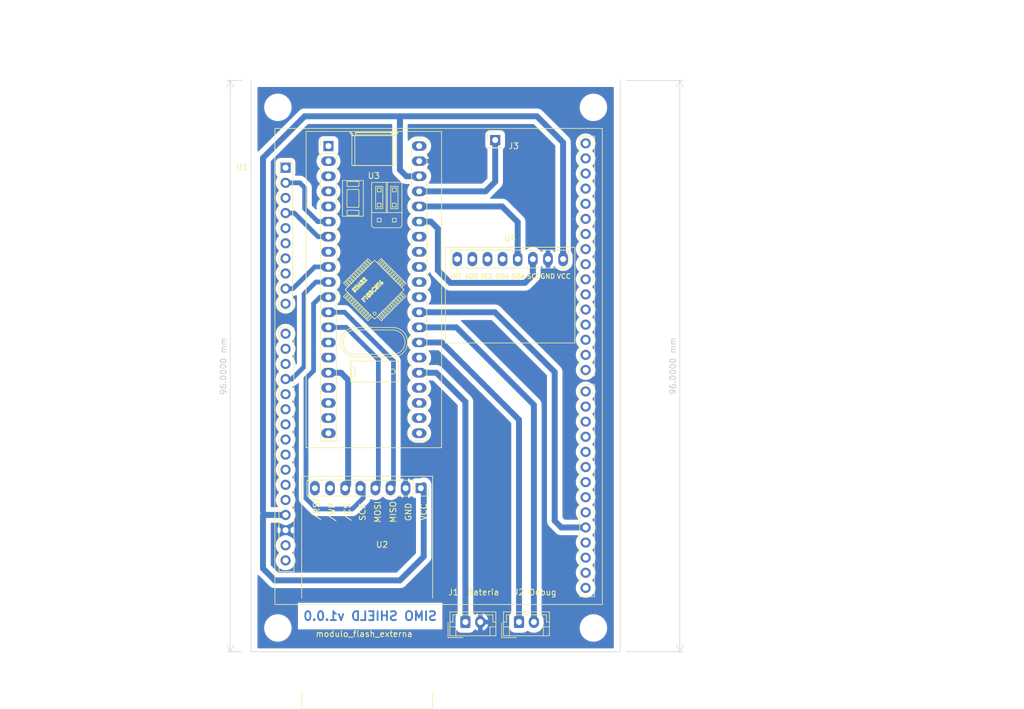
<source format=kicad_pcb>
(kicad_pcb (version 20211014) (generator pcbnew)
  (title_block (title "Simo shield, PCB de conexion") (date "2022-08-01") (rev "0003") (company "Licencia: CERN Open Hardware Licence Version 2") (comment 1 "I.N.T.I") (comment 2 "Revisor: Gustavo Rodriguez") (comment 3 "Autor: German Velardez") (comment 4 "Placa de conexion dispostivo SIMO.") (comment 5 "Descripcion"))
  (layers (0 "F.Cu" signal) (31 "B.Cu" signal) (34 "B.Paste" user) (35 "F.Paste" user) (36 "B.SilkS" user "B.Silkscreen") (37 "F.SilkS" user "F.Silkscreen") (38 "B.Mask" user) (39 "F.Mask" user) (44 "Edge.Cuts" user))
  (net 0 "")
  (net 1 "/UART_DEBUG_RX")
  (net 2 "Net-(J1-Pad1)")
  (net 9 "Net-(U1-Pad9)")
  (net 13 "Net-(U1-Pad14)")
  (net 47 "/UART_DEBUG_TX")
  (net 52 "/BAT_ENA_PIN")
  (net 58 "Net-(U2-Pad4)")
  (net 65 "Net-(U2-Pad3)")
  (net 66 "Net-(U2-Pad5)")
  (net 67 "Net-(U3-Pad6)")
  (net 81 "Net-(U3-Pad35)")
  (net 82 "Net-(U3-Pad36)")
  (net 83 "Net-(U2-Pad6)")
  (net 90 "GND")
  (net 91 "+3.3V")
  (net 93 "Net-(J3-Pad1)")
  (net 95 "Net-(U1-Pad4)")
  (footprint "simo_shield:MountingHole_3mm" (layer "F.Cu") (at 168.5 35)
    (fp_text reference "H2" hide)
    (fp_text value "MountingHole" hide)
    (pad "" np_thru_hole circle (at 0 0) (size 3 3) (drill 3) (layers *.Cu *.Mask))
  )
  (footprint "simo_shield:MPU6050" (layer "F.Cu") (at 145.625 60.5)
    (fp_text reference "U4" (at 8.875 -3.45) (layer "F.SilkS"))
    (fp_text value "modulo_acelerometro" hide)
    (fp_text user "XDA" (at 7.6 2.9) (layer "F.SilkS") (effects (font (size 0.8 0.8))))
    (fp_text user "XCL" (at 5 2.9) (layer "F.SilkS") (effects (font (size 0.8 0.8))))
    (fp_text user "AD0" (at 2.4 2.9) (layer "F.SilkS") (effects (font (size 0.8 0.8))))
    (fp_text user "GND" (at 15.2 2.9) (layer "F.SilkS") (effects (font (size 0.8 0.8))))
    (fp_text user "SDA" (at 10.2 2.9) (layer "F.SilkS") (effects (font (size 0.8 0.8))))
    (fp_text user "VCC" (at 17.9 2.9 180) (layer "F.SilkS") (effects (font (size 0.8 0.8))))
    (fp_text user "INT" (at -0.2 2.9) (layer "F.SilkS") (effects (font (size 0.8 0.8))))
    (fp_text user "SCL" (at 12.8 2.9) (layer "F.SilkS") (effects (font (size 0.8 0.8))))
    (pad "1" thru_hole oval (at 0 0) (size 1.6 2.4) (drill 1) (layers *.Cu *.Mask))
    (pad "2" thru_hole oval (at 2.54 0) (size 1.6 2.4) (drill 1) (layers *.Cu *.Mask))
    (pad "3" thru_hole oval (at 5.08 0) (size 1.6 2.4) (drill 1) (layers *.Cu *.Mask))
    (pad "4" thru_hole oval (at 7.62 0) (size 1.6 2.4) (drill 1) (layers *.Cu *.Mask))
    (pad "5" thru_hole oval (at 10.16 0) (size 1.6 2.4) (drill 1) (layers *.Cu *.Mask) (net 82 "Net-(U3-Pad36)"))
    (pad "6" thru_hole oval (at 12.7 0) (size 1.6 2.4) (drill 1) (layers *.Cu *.Mask) (net 81 "Net-(U3-Pad35)"))
    (pad "7" thru_hole oval (at 15.24 0) (size 1.6 2.4) (drill 1) (layers *.Cu *.Mask) (net 90 "GND"))
    (pad "8" thru_hole oval (at 17.78 0) (size 1.6 2.4) (drill 1) (layers *.Cu *.Mask) (net 91 "+3.3V"))
  )
  (footprint "simo_shield:MountingHole_3mm" (layer "F.Cu") (at 115.5 35)
    (fp_text reference "H1" hide)
    (fp_text value "MountingHole" hide)
    (pad "" np_thru_hole circle (at 0 0) (size 3 3) (drill 3) (layers *.Cu *.Mask))
  )
  (footprint "simo_shield:MountingHole_3mm" (layer "F.Cu") (at 168.5 122)
    (fp_text reference "H3" hide)
    (fp_text value "MountingHole" hide)
    (pad "" np_thru_hole circle (at 0 0) (size 3 3) (drill 3) (layers *.Cu *.Mask))
  )
  (footprint "simo_shield:JST_EH_B2B-EH-A_1x02_P2.50mm_Vertical" (layer "F.Cu") (at 147 121.5)
    (fp_text reference "J1" (at -2 -5) (layer "F.SilkS"))
    (fp_text value "Conn_01x02_Female" hide)
    (pad "1" thru_hole roundrect (at 0 0) (size 1.7 2) (drill 1) (layers *.Cu *.Mask) (roundrect_rratio 0.1470588235) (net 2 "Net-(J1-Pad1)"))
    (pad "2" thru_hole oval (at 2.5 0) (size 1.7 2) (drill 1) (layers *.Cu *.Mask) (net 90 "GND"))
  )
  (footprint "simo_shield:JST_EH_B2B-EH-A_1x02_P2.50mm_Vertical" (layer "F.Cu") (at 156 121.5)
    (fp_text reference "J2" (at 0 -5) (layer "F.SilkS"))
    (fp_text value "Conn_01x02_Female" hide)
    (pad "1" thru_hole roundrect (at 0 0) (size 1.7 2) (drill 1) (layers *.Cu *.Mask) (roundrect_rratio 0.1470588235) (net 1 "/UART_DEBUG_RX"))
    (pad "2" thru_hole oval (at 2.5 0) (size 1.7 2) (drill 1) (layers *.Cu *.Mask) (net 47 "/UART_DEBUG_TX"))
  )
  (footprint "simo_shield:MountingHole_3mm" (layer "F.Cu") (at 115.5 122)
    (fp_text reference "H4" hide)
    (fp_text value "MountingHole" hide)
    (pad "" np_thru_hole circle (at 0 0) (size 3 3) (drill 3) (layers *.Cu *.Mask))
  )
  (footprint "simo_shield:YAAJ_BluePill_SWD_1_modificado" (layer "F.Cu") (at 124 41.5)
    (fp_text reference "U3" (at 7.619999 5) (layer "F.SilkS"))
    (fp_text value "bluepill_board_stm32" hide)
    (pad "1" thru_hole rect (at 0 0) (size 1.7 1.7) (drill 1) (layers *.Cu *.Mask))
    (pad "2" thru_hole oval (at 0 2.54) (size 2.4 1.6) (drill 1) (layers *.Cu *.Mask))
    (pad "3" thru_hole oval (at 0 5.08) (size 2.4 1.6) (drill 1) (layers *.Cu *.Mask))
    (pad "4" thru_hole oval (at 0 7.62) (size 2.4 1.6) (drill 1) (layers *.Cu *.Mask))
    (pad "5" thru_hole oval (at 0 10.16) (size 2.4 1.6) (drill 1) (layers *.Cu *.Mask))
    (pad "6" thru_hole oval (at 0 12.7) (size 2.4 1.6) (drill 1) (layers *.Cu *.Mask) (net 67 "Net-(U3-Pad6)"))
    (pad "7" thru_hole oval (at 0 15.24) (size 2.4 1.6) (drill 1) (layers *.Cu *.Mask) (net 95 "Net-(U1-Pad4)"))
    (pad "8" thru_hole oval (at 0 17.78) (size 2.4 1.6) (drill 1) (layers *.Cu *.Mask))
    (pad "9" thru_hole oval (at 0 20.32) (size 2.4 1.6) (drill 1) (layers *.Cu *.Mask) (net 9 "Net-(U1-Pad9)"))
    (pad "10" thru_hole oval (at 0 22.86) (size 2.4 1.6) (drill 1) (layers *.Cu *.Mask) (net 13 "Net-(U1-Pad14)"))
    (pad "11" thru_hole oval (at 0 25.4) (size 2.4 1.6) (drill 1) (layers *.Cu *.Mask) (net 66 "Net-(U2-Pad5)"))
    (pad "12" thru_hole oval (at 0 27.94) (size 2.4 1.6) (drill 1) (layers *.Cu *.Mask) (net 65 "Net-(U2-Pad3)"))
    (pad "13" thru_hole oval (at 0 30.48) (size 2.4 1.6) (drill 1) (layers *.Cu *.Mask) (net 58 "Net-(U2-Pad4)"))
    (pad "14" thru_hole oval (at 0 33.02) (size 2.4 1.6) (drill 1) (layers *.Cu *.Mask))
    (pad "15" thru_hole oval (at 0 35.56) (size 2.4 1.6) (drill 1) (layers *.Cu *.Mask))
    (pad "16" thru_hole oval (at 0 38.1) (size 2.4 1.6) (drill 1) (layers *.Cu *.Mask) (net 83 "Net-(U2-Pad6)"))
    (pad "17" thru_hole oval (at 0 40.64) (size 2.4 1.6) (drill 1) (layers *.Cu *.Mask))
    (pad "18" thru_hole oval (at 0 43.18) (size 2.4 1.6) (drill 1) (layers *.Cu *.Mask))
    (pad "19" thru_hole oval (at 0 45.72) (size 2.4 1.6) (drill 1) (layers *.Cu *.Mask))
    (pad "20" thru_hole oval (at 0 48.26) (size 2.4 1.6) (drill 1) (layers *.Cu *.Mask))
    (pad "21" thru_hole oval (at 15.24 48.26) (size 2.4 1.6) (drill 1) (layers *.Cu *.Mask))
    (pad "22" thru_hole oval (at 15.24 45.72) (size 2.4 1.6) (drill 1) (layers *.Cu *.Mask))
    (pad "23" thru_hole oval (at 15.24 43.18) (size 2.4 1.6) (drill 1) (layers *.Cu *.Mask))
    (pad "24" thru_hole oval (at 15.24 40.64) (size 2.4 1.6) (drill 1) (layers *.Cu *.Mask))
    (pad "25" thru_hole oval (at 15.24 38.1) (size 2.4 1.6) (drill 1) (layers *.Cu *.Mask) (net 2 "Net-(J1-Pad1)"))
    (pad "26" thru_hole oval (at 15.24 35.56) (size 2.4 1.6) (drill 1) (layers *.Cu *.Mask))
    (pad "27" thru_hole oval (at 15.24 33.02) (size 2.4 1.6) (drill 1) (layers *.Cu *.Mask) (net 1 "/UART_DEBUG_RX"))
    (pad "28" thru_hole oval (at 15.24 30.48) (size 2.4 1.6) (drill 1) (layers *.Cu *.Mask) (net 47 "/UART_DEBUG_TX"))
    (pad "29" thru_hole oval (at 15.24 27.94) (size 2.4 1.6) (drill 1) (layers *.Cu *.Mask) (net 52 "/BAT_ENA_PIN"))
    (pad "30" thru_hole oval (at 15.24 25.4) (size 2.4 1.6) (drill 1) (layers *.Cu *.Mask))
    (pad "31" thru_hole oval (at 15.24 22.86) (size 2.4 1.6) (drill 1) (layers *.Cu *.Mask))
    (pad "32" thru_hole oval (at 15.24 20.32) (size 2.4 1.6) (drill 1) (layers *.Cu *.Mask))
    (pad "33" thru_hole oval (at 15.24 17.78) (size 2.4 1.6) (drill 1) (layers *.Cu *.Mask))
    (pad "34" thru_hole oval (at 15.24 15.24) (size 2.4 1.6) (drill 1) (layers *.Cu *.Mask))
    (pad "35" thru_hole oval (at 15.24 12.7) (size 2.4 1.6) (drill 1) (layers *.Cu *.Mask) (net 81 "Net-(U3-Pad35)"))
    (pad "36" thru_hole oval (at 15.24 10.16) (size 2.4 1.6) (drill 1) (layers *.Cu *.Mask) (net 82 "Net-(U3-Pad36)"))
    (pad "37" thru_hole oval (at 15.24 7.62) (size 2.4 1.6) (drill 1) (layers *.Cu *.Mask) (net 93 "Net-(J3-Pad1)"))
    (pad "38" thru_hole oval (at 15.24 5.08) (size 2.4 1.6) (drill 1) (layers *.Cu *.Mask) (net 91 "+3.3V"))
    (pad "39" thru_hole oval (at 15.24 2.54) (size 2.4 1.6) (drill 1) (layers *.Cu *.Mask) (net 90 "GND"))
    (pad "40" thru_hole oval (at 15.24 0) (size 2.4 1.6) (drill 1) (layers *.Cu *.Mask))
  )
  (footprint "Connector_PinHeader_2.54mm:PinHeader_1x01_P2.54mm_Vertical" (layer "F.Cu") (at 152 40.5)
    (fp_text reference "J3" (at 3.1 1) (layer "F.SilkS"))
    (fp_text value "Conn_01x01_Female")
    (pad "1" thru_hole rect (at 0 0) (size 1.7 1.7) (drill 1) (layers *.Cu *.Mask) (net 93 "Net-(J3-Pad1)"))
  )
  (footprint "simo_shield:conector_flash_ext" (layer "F.Cu") (at 139.5 99 -90)
    (fp_text reference "U2" (at 9.5 6.5 180) (layer "F.SilkS"))
    (fp_text value "modulo_flash_externa" (at 24.5 9.5 180) (layer "F.SilkS"))
    (fp_text user "VCC" (at 4 -0.5 90) (layer "F.SilkS"))
    (fp_text user "GND" (at 4 2.071428 90) (layer "F.SilkS"))
    (fp_text user "/CS" (at 4 12.35714 90) (layer "F.SilkS"))
    (fp_text user "/WP" (at 4 14.928568 90) (layer "F.SilkS"))
    (fp_text user "SCK" (at 4 9.785712 90) (layer "F.SilkS"))
    (fp_text user "MISO" (at 4 4.642856 90) (layer "F.SilkS"))
    (fp_text user "/RST" (at 3.5 17.5 90) (layer "F.SilkS"))
    (fp_text user "MOSI" (at 4 7.214284 90) (layer "F.SilkS"))
    (pad "1" thru_hole rect (at 0 0 270) (size 1.7 1.7) (drill 1) (layers *.Cu *.Mask) (net 91 "+3.3V"))
    (pad "2" thru_hole oval (at 0 2.54 270) (size 2.4 1.6) (drill 1) (layers *.Cu *.Mask) (net 90 "GND"))
    (pad "3" thru_hole oval (at 0 5.08 270) (size 2.4 1.6) (drill 1) (layers *.Cu *.Mask) (net 65 "Net-(U2-Pad3)"))
    (pad "4" thru_hole oval (at 0 7.62 270) (size 2.4 1.6) (drill 1) (layers *.Cu *.Mask) (net 58 "Net-(U2-Pad4)"))
    (pad "5" thru_hole oval (at 0 10.16 270) (size 2.4 1.6) (drill 1) (layers *.Cu *.Mask) (net 66 "Net-(U2-Pad5)"))
    (pad "6" thru_hole oval (at 0 12.7 270) (size 2.4 1.6) (drill 1) (layers *.Cu *.Mask) (net 83 "Net-(U2-Pad6)"))
    (pad "7" thru_hole oval (at 0 15.24 270) (size 2.4 1.6) (drill 1) (layers *.Cu *.Mask))
    (pad "8" thru_hole oval (at 0 17.78 270) (size 2.4 1.6) (drill 1) (layers *.Cu *.Mask))
  )
  (footprint "simo_shield:elemon_board_compacto" (layer "F.Cu") (at 110.995 38.545)
    (fp_text reference "U1" (at -1.5 6.5) (layer "F.SilkS"))
    (fp_text value "elemon_board")
    (pad "1" thru_hole rect (at 5.8 6.6) (size 1.7 1.7) (drill 1) (layers *.Cu *.Mask))
    (pad "2" thru_hole circle (at 5.8 9.14) (size 1.7 1.7) (drill 1) (layers *.Cu *.Mask) (net 67 "Net-(U3-Pad6)"))
    (pad "3" thru_hole circle (at 5.8 11.68) (size 1.7 1.7) (drill 1) (layers *.Cu *.Mask))
    (pad "4" thru_hole circle (at 5.8 14.22) (size 1.7 1.7) (drill 1) (layers *.Cu *.Mask) (net 95 "Net-(U1-Pad4)"))
    (pad "5" thru_hole circle (at 5.8 16.76) (size 1.7 1.7) (drill 1) (layers *.Cu *.Mask))
    (pad "6" thru_hole circle (at 5.8 19.3) (size 1.7 1.7) (drill 1) (layers *.Cu *.Mask))
    (pad "7" thru_hole circle (at 5.8 21.84) (size 1.7 1.7) (drill 1) (layers *.Cu *.Mask))
    (pad "8" thru_hole circle (at 5.8 24.38) (size 1.7 1.7) (drill 1) (layers *.Cu *.Mask))
    (pad "9" thru_hole circle (at 5.8 26.92) (size 1.7 1.7) (drill 1) (layers *.Cu *.Mask) (net 9 "Net-(U1-Pad9)"))
    (pad "10" thru_hole circle (at 5.8 29.46) (size 1.7 1.7) (drill 1) (layers *.Cu *.Mask))
    (pad "11" thru_hole circle (at 5.8 34.5) (size 1.7 1.7) (drill 1) (layers *.Cu *.Mask))
    (pad "12" thru_hole circle (at 5.8 37.04) (size 1.7 1.7) (drill 1) (layers *.Cu *.Mask))
    (pad "13" thru_hole circle (at 5.8 39.58) (size 1.7 1.7) (drill 1) (layers *.Cu *.Mask))
    (pad "14" thru_hole circle (at 5.8 42.12) (size 1.7 1.7) (drill 1) (layers *.Cu *.Mask) (net 13 "Net-(U1-Pad14)"))
    (pad "15" thru_hole circle (at 5.8 44.66) (size 1.7 1.7) (drill 1) (layers *.Cu *.Mask))
    (pad "16" thru_hole circle (at 5.8 47.2) (size 1.7 1.7) (drill 1) (layers *.Cu *.Mask))
    (pad "17" thru_hole circle (at 5.8 49.74) (size 1.7 1.7) (drill 1) (layers *.Cu *.Mask))
    (pad "18" thru_hole circle (at 5.8 52.28) (size 1.7 1.7) (drill 1) (layers *.Cu *.Mask))
    (pad "19" thru_hole circle (at 5.8 54.82) (size 1.7 1.7) (drill 1) (layers *.Cu *.Mask))
    (pad "20" thru_hole circle (at 5.8 57.36) (size 1.7 1.7) (drill 1) (layers *.Cu *.Mask))
    (pad "21" thru_hole circle (at 5.8 59.9) (size 1.7 1.7) (drill 1) (layers *.Cu *.Mask))
    (pad "22" thru_hole circle (at 5.8 62.44) (size 1.7 1.7) (drill 1) (layers *.Cu *.Mask))
    (pad "23" thru_hole circle (at 5.8 64.959992) (size 1.7 1.7) (drill 1) (layers *.Cu *.Mask) (net 91 "+3.3V"))
    (pad "24" thru_hole circle (at 5.8 67.52) (size 1.7 1.7) (drill 1) (layers *.Cu *.Mask) (net 90 "GND"))
    (pad "25" thru_hole circle (at 5.8 70.06) (size 1.7 1.7) (drill 1) (layers *.Cu *.Mask))
    (pad "26" thru_hole circle (at 5.8 72.6) (size 1.7 1.7) (drill 1) (layers *.Cu *.Mask))
    (pad "27" thru_hole circle (at 56.2 2.5) (size 1.7 1.7) (drill 1) (layers *.Cu *.Mask))
    (pad "28" thru_hole circle (at 56.2 5.04) (size 1.7 1.7) (drill 1) (layers *.Cu *.Mask))
    (pad "29" thru_hole circle (at 56.2 7.58) (size 1.7 1.7) (drill 1) (layers *.Cu *.Mask))
    (pad "30" thru_hole circle (at 56.2 10.12) (size 1.7 1.7) (drill 1) (layers *.Cu *.Mask))
    (pad "31" thru_hole circle (at 56.2 12.66) (size 1.7 1.7) (drill 1) (layers *.Cu *.Mask))
    (pad "32" thru_hole circle (at 56.2 15.2) (size 1.7 1.7) (drill 1) (layers *.Cu *.Mask))
    (pad "33" thru_hole circle (at 56.2 17.74) (size 1.7 1.7) (drill 1) (layers *.Cu *.Mask))
    (pad "34" thru_hole circle (at 56.2 20.28) (size 1.7 1.7) (drill 1) (layers *.Cu *.Mask))
    (pad "35" thru_hole circle (at 56.2 22.82) (size 1.7 1.7) (drill 1) (layers *.Cu *.Mask))
    (pad "36" thru_hole circle (at 56.2 25.36) (size 1.7 1.7) (drill 1) (layers *.Cu *.Mask))
    (pad "37" thru_hole circle (at 56.2 27.9) (size 1.7 1.7) (drill 1) (layers *.Cu *.Mask))
    (pad "38" thru_hole circle (at 56.2 30.44) (size 1.7 1.7) (drill 1) (layers *.Cu *.Mask))
    (pad "39" thru_hole circle (at 56.2 32.98) (size 1.7 1.7) (drill 1) (layers *.Cu *.Mask))
    (pad "40" thru_hole circle (at 56.2 35.52) (size 1.7 1.7) (drill 1) (layers *.Cu *.Mask))
    (pad "41" thru_hole circle (at 56.2 38.06) (size 1.7 1.7) (drill 1) (layers *.Cu *.Mask))
    (pad "42" thru_hole circle (at 56.2 40.6) (size 1.7 1.7) (drill 1) (layers *.Cu *.Mask))
    (pad "43" thru_hole circle (at 56.2 44.2) (size 1.7 1.7) (drill 1) (layers *.Cu *.Mask))
    (pad "44" thru_hole circle (at 56.2 46.74) (size 1.7 1.7) (drill 1) (layers *.Cu *.Mask))
    (pad "45" thru_hole circle (at 56.2 49.28) (size 1.7 1.7) (drill 1) (layers *.Cu *.Mask))
    (pad "46" thru_hole circle (at 56.2 51.82) (size 1.7 1.7) (drill 1) (layers *.Cu *.Mask))
    (pad "47" thru_hole circle (at 56.2 54.36) (size 1.7 1.7) (drill 1) (layers *.Cu *.Mask))
    (pad "48" thru_hole circle (at 56.2 56.9) (size 1.7 1.7) (drill 1) (layers *.Cu *.Mask))
    (pad "49" thru_hole circle (at 56.2 59.44) (size 1.7 1.7) (drill 1) (layers *.Cu *.Mask))
    (pad "50" thru_hole circle (at 56.2 61.98) (size 1.7 1.7) (drill 1) (layers *.Cu *.Mask))
    (pad "51" thru_hole circle (at 56.2 64.52) (size 1.7 1.7) (drill 1) (layers *.Cu *.Mask))
    (pad "52" thru_hole circle (at 56.2 67.06) (size 1.7 1.7) (drill 1) (layers *.Cu *.Mask) (net 52 "/BAT_ENA_PIN"))
    (pad "53" thru_hole circle (at 56.2 69.6) (size 1.7 1.7) (drill 1) (layers *.Cu *.Mask))
    (pad "54" thru_hole circle (at 56.2 72.14) (size 1.7 1.7) (drill 1) (layers *.Cu *.Mask))
    (pad "55" thru_hole circle (at 56.2 74.68) (size 1.7 1.7) (drill 1) (layers *.Cu *.Mask))
    (pad "56" thru_hole circle (at 56.2 77.22) (size 1.7 1.7) (drill 1) (layers *.Cu *.Mask))
  )
  (gr_line (start 173 126.5) (end 111 126.5) (layer "Edge.Cuts") (width 0.1))
  (gr_line (start 173 126.5) (end 173 30.5) (layer "Edge.Cuts") (width 0.1))
  (gr_line (start 111 126.5) (end 111 30.5) (layer "Edge.Cuts") (width 0.1))
  (gr_text "SIMO SHIELD v1.0.0" (at 131 120.5) (layer "B.Cu") (effects (font (size 1.5 1.5) (thickness 0.3)) (justify mirror)))
  (gr_text "Debug" (at 160 116.5) (layer "F.SilkS") (effects (font (size 1 1))))
  (gr_text "Bateria" (at 150 116.5) (layer "F.SilkS") (effects (font (size 1 1))))
  (dimension (type aligned) (layer "Edge.Cuts") (pts (xy 173.5 126.5) (xy 173.5 30.5)) (height 9.5) (gr_text "96,0000 mm" (at 181.85 78.5 90) (layer "Edge.Cuts") (effects (font (size 1 1) (thickness 0.15)))) (format (units 3) (units_format 1) (precision 4)) (style (thickness 0.1) (arrow_length 1.27) (text_position_mode 0) (extension_height 0.58642) (extension_offset 0.5) keep_text_aligned))
  (dimension (type aligned) (layer "Edge.Cuts") (pts (xy 110 30.5) (xy 110 126.5)) (height 2.5) (gr_text "96,0000 mm" (at 106.35 78.5 90) (layer "Edge.Cuts") (effects (font (size 1 1) (thickness 0.15)))) (format (units 3) (units_format 1) (precision 4)) (style (thickness 0.1) (arrow_length 1.27) (text_position_mode 0) (extension_height 0.58642) (extension_offset 0.5) keep_text_aligned))
  (segment (start 143.02 74.52) (end 156 87.5) (width 1) (layer "B.Cu") (net 1))
  (segment (start 139.24 74.52) (end 143.02 74.52) (width 1) (layer "B.Cu") (net 1))
  (segment (start 156 87.5) (end 156 121.5) (width 1) (layer "B.Cu") (net 1))
  (segment (start 147 84.5) (end 147 121.5) (width 1) (layer "B.Cu") (net 2))
  (segment (start 142.1 79.6) (end 147 84.5) (width 1) (layer "B.Cu") (net 2))
  (segment (start 139.24 79.6) (end 142.1 79.6) (width 1) (layer "B.Cu") (net 2))
  (segment (start 121.68 61.82) (end 124 61.82) (width 0.8) (layer "B.Cu") (net 9))
  (segment (start 118.035 65.465) (end 121.68 61.82) (width 0.8) (layer "B.Cu") (net 9))
  (segment (start 116.795 65.465) (end 118.035 65.465) (width 0.8) (layer "B.Cu") (net 9))
  (segment (start 117.835 80.665) (end 119.9 78.6) (width 0.8) (layer "B.Cu") (net 13))
  (segment (start 116.795 80.665) (end 117.835 80.665) (width 0.8) (layer "B.Cu") (net 13))
  (segment (start 121.877258 64.36) (end 124 64.36) (width 0.8) (layer "B.Cu") (net 13))
  (segment (start 119.9 78.6) (end 119.9 66.337258) (width 0.8) (layer "B.Cu") (net 13))
  (segment (start 119.9 66.337258) (end 121.877258 64.36) (width 0.8) (layer "B.Cu") (net 13))
  (segment (start 145.48 71.98) (end 139.24 71.98) (width 1) (layer "B.Cu") (net 47))
  (segment (start 158.5 85) (end 145.48 71.98) (width 1) (layer "B.Cu") (net 47))
  (segment (start 158.5 121.5) (end 158.5 85) (width 1) (layer "B.Cu") (net 47))
  (segment (start 163.105 105.605) (end 167.195 105.605) (width 1) (layer "B.Cu") (net 52))
  (segment (start 151.94 69.44) (end 162 79.5) (width 1) (layer "B.Cu") (net 52))
  (segment (start 139.24 69.44) (end 151.94 69.44) (width 1) (layer "B.Cu") (net 52))
  (segment (start 162 104.5) (end 163.105 105.605) (width 1) (layer "B.Cu") (net 52))
  (segment (start 162 79.5) (end 162 104.5) (width 1) (layer "B.Cu") (net 52))
  (segment (start 132.38 98.5) (end 132.38 77.38) (width 0.8) (layer "B.Cu") (net 58))
  (segment (start 126.98 71.98) (end 124 71.98) (width 0.8) (layer "B.Cu") (net 58))
  (segment (start 132.38 77.38) (end 126.98 71.98) (width 0.8) (layer "B.Cu") (net 58))
  (segment (start 134.92 77.657258) (end 134.92 98.5) (width 0.8) (layer "B.Cu") (net 65))
  (segment (start 126.702742 69.44) (end 134.92 77.657258) (width 0.8) (layer "B.Cu") (net 65))
  (segment (start 124 69.44) (end 126.702742 69.44) (width 0.8) (layer "B.Cu") (net 65))
  (segment (start 120.22 80.542742) (end 121.5 79.262742) (width 0.8) (layer "B.Cu") (net 66))
  (segment (start 128 102.5) (end 122 102.5) (width 0.8) (layer "B.Cu") (net 66))
  (segment (start 121.5 79.262742) (end 121.5 68) (width 0.8) (layer "B.Cu") (net 66))
  (segment (start 129.84 98.5) (end 129.84 100.66) (width 0.8) (layer "B.Cu") (net 66))
  (segment (start 122.6 66.9) (end 124 66.9) (width 0.8) (layer "B.Cu") (net 66))
  (segment (start 120.22 100.72) (end 120.22 80.542742) (width 0.8) (layer "B.Cu") (net 66))
  (segment (start 121.5 68) (end 122.6 66.9) (width 0.8) (layer "B.Cu") (net 66))
  (segment (start 122 102.5) (end 120.22 100.72) (width 0.8) (layer "B.Cu") (net 66))
  (segment (start 129.84 100.66) (end 128 102.5) (width 0.8) (layer "B.Cu") (net 66))
  (segment (start 122.2 54.2) (end 124 54.2) (width 0.8) (layer "B.Cu") (net 67))
  (segment (start 120 52) (end 122.2 54.2) (width 0.8) (layer "B.Cu") (net 67))
  (segment (start 119.185 47.685) (end 120 48.5) (width 0.8) (layer "B.Cu") (net 67))
  (segment (start 120 48.5) (end 120 52) (width 0.8) (layer "B.Cu") (net 67))
  (segment (start 116.795 47.685) (end 119.185 47.685) (width 0.8) (layer "B.Cu") (net 67))
  (segment (start 158.325 63.175) (end 158.325 60.5) (width 1) (layer "B.Cu") (net 81))
  (segment (start 157 64.5) (end 158.325 63.175) (width 1) (layer "B.Cu") (net 81))
  (segment (start 142.369848 55.369848) (end 142.369848 62.392587) (width 1) (layer "B.Cu") (net 81))
  (segment (start 141.2 54.2) (end 142.369848 55.369848) (width 1) (layer "B.Cu") (net 81))
  (segment (start 139.24 54.2) (end 141.2 54.2) (width 1) (layer "B.Cu") (net 81))
  (segment (start 144.477261 64.5) (end 157 64.5) (width 1) (layer "B.Cu") (net 81))
  (segment (start 142.369848 62.392587) (end 144.477261 64.5) (width 1) (layer "B.Cu") (net 81))
  (segment (start 155.785 54.285) (end 153.16 51.66) (width 1) (layer "B.Cu") (net 82))
  (segment (start 153.16 51.66) (end 139.24 51.66) (width 1) (layer "B.Cu") (net 82))
  (segment (start 155.785 60.5) (end 155.785 54.285) (width 1) (layer "B.Cu") (net 82))
  (segment (start 124 79.6) (end 126.1 79.6) (width 1) (layer "B.Cu") (net 83))
  (segment (start 127.3 80.8) (end 127.3 98.5) (width 1) (layer "B.Cu") (net 83))
  (segment (start 126.1 79.6) (end 127.3 80.8) (width 1) (layer "B.Cu") (net 83))
  (segment (start 137.08 46.58) (end 139.24 46.58) (width 1) (layer "B.Cu") (net 91))
  (segment (start 136 36.5) (end 136 38) (width 1) (layer "B.Cu") (net 91))
  (segment (start 113 103.504992) (end 113 112.5) (width 1) (layer "B.Cu") (net 91))
  (segment (start 136 45.5) (end 137.08 46.58) (width 1) (layer "B.Cu") (net 91))
  (segment (start 113 112.5) (end 115 114.5) (width 1) (layer "B.Cu") (net 91))
  (segment (start 159 36.5) (end 136 36.5) (width 1) (layer "B.Cu") (net 91))
  (segment (start 140 110.5) (end 140 98.5) (width 1) (layer "B.Cu") (net 91))
  (segment (start 136 38) (end 136 45.5) (width 1) (layer "B.Cu") (net 91))
  (segment (start 136 114.5) (end 140 110.5) (width 1) (layer "B.Cu") (net 91))
  (segment (start 120 36.5) (end 113 43.5) (width 1) (layer "B.Cu") (net 91))
  (segment (start 113 43.5) (end 113 102.925) (width 1) (layer "B.Cu") (net 91))
  (segment (start 116.795 103.504992) (end 113.595 103.504992) (width 1) (layer "B.Cu") (net 91))
  (segment (start 163.405 60.5) (end 163.405 40.905) (width 1) (layer "B.Cu") (net 91))
  (segment (start 136 38) (end 136 37.25) (width 1) (layer "B.Cu") (net 91))
  (segment (start 115 114.5) (end 136 114.5) (width 1) (layer "B.Cu") (net 91))
  (segment (start 163.405 40.905) (end 159 36.5) (width 1) (layer "B.Cu") (net 91))
  (segment (start 120 36.5) (end 136 36.5) (width 1) (layer "B.Cu") (net 91))
  (segment (start 152 47.5) (end 150.38 49.12) (width 1) (layer "B.Cu") (net 93))
  (segment (start 150.38 49.12) (end 139.24 49.12) (width 1) (layer "B.Cu") (net 93))
  (segment (start 152 40.5) (end 152 47.5) (width 1) (layer "B.Cu") (net 93))
  (segment (start 118.265 52.765) (end 122.24 56.74) (width 0.8) (layer "B.Cu") (net 95))
  (segment (start 116.795 52.765) (end 118.265 52.765) (width 0.8) (layer "B.Cu") (net 95))
  (segment (start 122.24 56.74) (end 124 56.74) (width 0.8) (layer "B.Cu") (net 95))
  (zone (net 90) (net_name "GND") (layer "B.Cu") (connect_pads (clearance 0)) (min_thickness 0.254) (fill yes (thermal_gap 0.508) (thermal_bridge_width 0.8) (smoothing fillet) (radius 0.5))
    (polygon (pts (xy 179 128) (xy 105 128) (xy 105 111.5) (xy 105 100) (xy 105 27) (xy 105 18) (xy 179 18)))
  )
)
</source>
